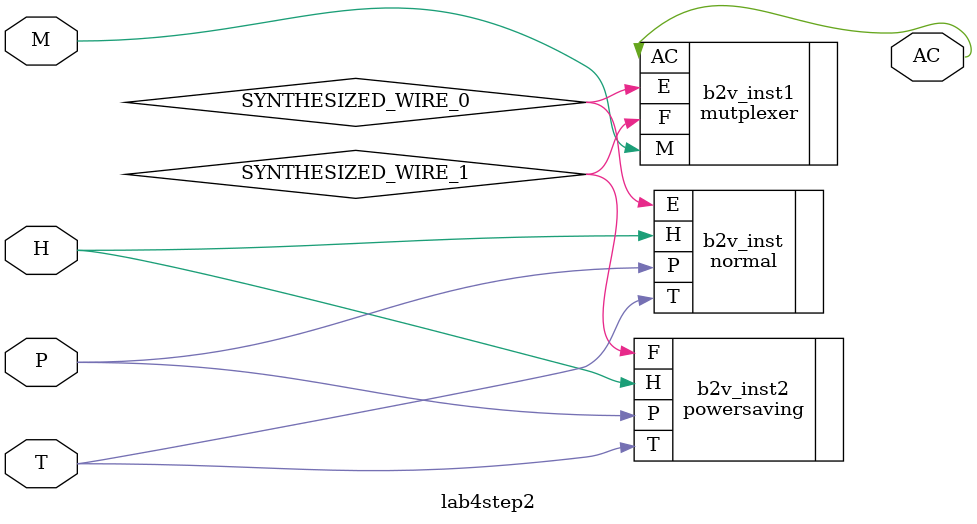
<source format=v>


module lab4step2(
	P,
	H,
	T,
	M,
	AC
);


input wire	P;
input wire	H;
input wire	T;
input wire	M;
output wire	AC;

wire	SYNTHESIZED_WIRE_0;
wire	SYNTHESIZED_WIRE_1;





normal	b2v_inst(
	.P(P),
	.T(T),
	.H(H),
	.E(SYNTHESIZED_WIRE_0));


mutplexer	b2v_inst1(
	.E(SYNTHESIZED_WIRE_0),
	.F(SYNTHESIZED_WIRE_1),
	.M(M),
	.AC(AC));


powersaving	b2v_inst2(
	.P(P),
	.T(T),
	.H(H),
	.F(SYNTHESIZED_WIRE_1));


endmodule

</source>
